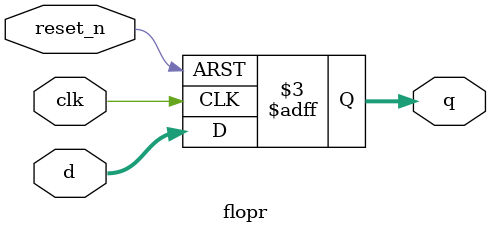
<source format=v>
module flopr #(parameter WIDTH = 8) (
    input wire clk,
    input wire reset_n,
    input wire [WIDTH-1:0] d,
    output reg [WIDTH-1:0] q
    );

    always @(posedge clk, negedge reset_n)
        if (!reset_n)
            q <= 0;
        else
            q <= d;

endmodule
</source>
